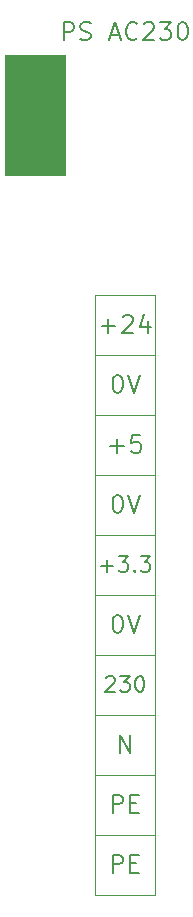
<source format=gbr>
%TF.GenerationSoftware,KiCad,Pcbnew,8.0.3-8.0.3-0~ubuntu22.04.1*%
%TF.CreationDate,2024-08-09T14:07:44+03:00*%
%TF.ProjectId,PM-PS-AC230-front,504d2d50-532d-4414-9332-33302d66726f,rev?*%
%TF.SameCoordinates,Original*%
%TF.FileFunction,Legend,Top*%
%TF.FilePolarity,Positive*%
%FSLAX46Y46*%
G04 Gerber Fmt 4.6, Leading zero omitted, Abs format (unit mm)*
G04 Created by KiCad (PCBNEW 8.0.3-8.0.3-0~ubuntu22.04.1) date 2024-08-09 14:07:44*
%MOMM*%
%LPD*%
G01*
G04 APERTURE LIST*
%ADD10C,0.100000*%
%ADD11C,0.200000*%
%ADD12R,1.700000X1.700000*%
%ADD13O,1.700000X1.700000*%
G04 APERTURE END LIST*
D10*
X68580000Y-95250000D02*
X73660000Y-95250000D01*
X73660000Y-100330000D01*
X68580000Y-100330000D01*
X68580000Y-95250000D01*
X68580000Y-74930000D02*
X73660000Y-74930000D01*
X73660000Y-80010000D01*
X68580000Y-80010000D01*
X68580000Y-74930000D01*
X68580000Y-80010000D02*
X73660000Y-80010000D01*
X73660000Y-85090000D01*
X68580000Y-85090000D01*
X68580000Y-80010000D01*
X68580000Y-110490000D02*
X73660000Y-110490000D01*
X73660000Y-115570000D01*
X68580000Y-115570000D01*
X68580000Y-110490000D01*
X68580000Y-115570000D02*
X73660000Y-115570000D01*
X73660000Y-120650000D01*
X68580000Y-120650000D01*
X68580000Y-115570000D01*
X68580000Y-120650000D02*
X73660000Y-120650000D01*
X73660000Y-125730000D01*
X68580000Y-125730000D01*
X68580000Y-120650000D01*
X68580000Y-100330000D02*
X73660000Y-100330000D01*
X73660000Y-105410000D01*
X68580000Y-105410000D01*
X68580000Y-100330000D01*
X68580000Y-105410000D02*
X73660000Y-105410000D01*
X73660000Y-110490000D01*
X68580000Y-110490000D01*
X68580000Y-105410000D01*
X68580000Y-85090000D02*
X73660000Y-85090000D01*
X73660000Y-90170000D01*
X68580000Y-90170000D01*
X68580000Y-85090000D01*
X60960000Y-54610000D02*
X66040000Y-54610000D01*
X66040000Y-64770000D01*
X60960000Y-64770000D01*
X60960000Y-54610000D01*
G36*
X60960000Y-54610000D02*
G01*
X66040000Y-54610000D01*
X66040000Y-64770000D01*
X60960000Y-64770000D01*
X60960000Y-54610000D01*
G37*
X68580000Y-90170000D02*
X73660000Y-90170000D01*
X73660000Y-95250000D01*
X68580000Y-95250000D01*
X68580000Y-90170000D01*
D11*
X70405715Y-102053528D02*
X70548572Y-102053528D01*
X70548572Y-102053528D02*
X70691429Y-102124957D01*
X70691429Y-102124957D02*
X70762858Y-102196385D01*
X70762858Y-102196385D02*
X70834286Y-102339242D01*
X70834286Y-102339242D02*
X70905715Y-102624957D01*
X70905715Y-102624957D02*
X70905715Y-102982100D01*
X70905715Y-102982100D02*
X70834286Y-103267814D01*
X70834286Y-103267814D02*
X70762858Y-103410671D01*
X70762858Y-103410671D02*
X70691429Y-103482100D01*
X70691429Y-103482100D02*
X70548572Y-103553528D01*
X70548572Y-103553528D02*
X70405715Y-103553528D01*
X70405715Y-103553528D02*
X70262858Y-103482100D01*
X70262858Y-103482100D02*
X70191429Y-103410671D01*
X70191429Y-103410671D02*
X70120000Y-103267814D01*
X70120000Y-103267814D02*
X70048572Y-102982100D01*
X70048572Y-102982100D02*
X70048572Y-102624957D01*
X70048572Y-102624957D02*
X70120000Y-102339242D01*
X70120000Y-102339242D02*
X70191429Y-102196385D01*
X70191429Y-102196385D02*
X70262858Y-102124957D01*
X70262858Y-102124957D02*
X70405715Y-102053528D01*
X71334286Y-102053528D02*
X71834286Y-103553528D01*
X71834286Y-103553528D02*
X72334286Y-102053528D01*
X69120000Y-77582100D02*
X70262858Y-77582100D01*
X69691429Y-78153528D02*
X69691429Y-77010671D01*
X70905715Y-76796385D02*
X70977143Y-76724957D01*
X70977143Y-76724957D02*
X71120001Y-76653528D01*
X71120001Y-76653528D02*
X71477143Y-76653528D01*
X71477143Y-76653528D02*
X71620001Y-76724957D01*
X71620001Y-76724957D02*
X71691429Y-76796385D01*
X71691429Y-76796385D02*
X71762858Y-76939242D01*
X71762858Y-76939242D02*
X71762858Y-77082100D01*
X71762858Y-77082100D02*
X71691429Y-77296385D01*
X71691429Y-77296385D02*
X70834286Y-78153528D01*
X70834286Y-78153528D02*
X71762858Y-78153528D01*
X73048572Y-77153528D02*
X73048572Y-78153528D01*
X72691429Y-76582100D02*
X72334286Y-77653528D01*
X72334286Y-77653528D02*
X73262857Y-77653528D01*
X70048571Y-123873528D02*
X70048571Y-122373528D01*
X70048571Y-122373528D02*
X70620000Y-122373528D01*
X70620000Y-122373528D02*
X70762857Y-122444957D01*
X70762857Y-122444957D02*
X70834286Y-122516385D01*
X70834286Y-122516385D02*
X70905714Y-122659242D01*
X70905714Y-122659242D02*
X70905714Y-122873528D01*
X70905714Y-122873528D02*
X70834286Y-123016385D01*
X70834286Y-123016385D02*
X70762857Y-123087814D01*
X70762857Y-123087814D02*
X70620000Y-123159242D01*
X70620000Y-123159242D02*
X70048571Y-123159242D01*
X71548571Y-123087814D02*
X72048571Y-123087814D01*
X72262857Y-123873528D02*
X71548571Y-123873528D01*
X71548571Y-123873528D02*
X71548571Y-122373528D01*
X71548571Y-122373528D02*
X72262857Y-122373528D01*
X69834285Y-87742100D02*
X70977143Y-87742100D01*
X70405714Y-88313528D02*
X70405714Y-87170671D01*
X72405714Y-86813528D02*
X71691428Y-86813528D01*
X71691428Y-86813528D02*
X71620000Y-87527814D01*
X71620000Y-87527814D02*
X71691428Y-87456385D01*
X71691428Y-87456385D02*
X71834286Y-87384957D01*
X71834286Y-87384957D02*
X72191428Y-87384957D01*
X72191428Y-87384957D02*
X72334286Y-87456385D01*
X72334286Y-87456385D02*
X72405714Y-87527814D01*
X72405714Y-87527814D02*
X72477143Y-87670671D01*
X72477143Y-87670671D02*
X72477143Y-88027814D01*
X72477143Y-88027814D02*
X72405714Y-88170671D01*
X72405714Y-88170671D02*
X72334286Y-88242100D01*
X72334286Y-88242100D02*
X72191428Y-88313528D01*
X72191428Y-88313528D02*
X71834286Y-88313528D01*
X71834286Y-88313528D02*
X71691428Y-88242100D01*
X71691428Y-88242100D02*
X71620000Y-88170671D01*
X70691428Y-113713528D02*
X70691428Y-112213528D01*
X70691428Y-112213528D02*
X71548571Y-113713528D01*
X71548571Y-113713528D02*
X71548571Y-112213528D01*
X69077142Y-97885766D02*
X70067619Y-97885766D01*
X69572380Y-98381004D02*
X69572380Y-97390528D01*
X70562857Y-97081004D02*
X71367619Y-97081004D01*
X71367619Y-97081004D02*
X70934285Y-97576242D01*
X70934285Y-97576242D02*
X71120000Y-97576242D01*
X71120000Y-97576242D02*
X71243809Y-97638147D01*
X71243809Y-97638147D02*
X71305714Y-97700052D01*
X71305714Y-97700052D02*
X71367619Y-97823861D01*
X71367619Y-97823861D02*
X71367619Y-98133385D01*
X71367619Y-98133385D02*
X71305714Y-98257195D01*
X71305714Y-98257195D02*
X71243809Y-98319100D01*
X71243809Y-98319100D02*
X71120000Y-98381004D01*
X71120000Y-98381004D02*
X70748571Y-98381004D01*
X70748571Y-98381004D02*
X70624762Y-98319100D01*
X70624762Y-98319100D02*
X70562857Y-98257195D01*
X71924761Y-98257195D02*
X71986666Y-98319100D01*
X71986666Y-98319100D02*
X71924761Y-98381004D01*
X71924761Y-98381004D02*
X71862857Y-98319100D01*
X71862857Y-98319100D02*
X71924761Y-98257195D01*
X71924761Y-98257195D02*
X71924761Y-98381004D01*
X72420000Y-97081004D02*
X73224762Y-97081004D01*
X73224762Y-97081004D02*
X72791428Y-97576242D01*
X72791428Y-97576242D02*
X72977143Y-97576242D01*
X72977143Y-97576242D02*
X73100952Y-97638147D01*
X73100952Y-97638147D02*
X73162857Y-97700052D01*
X73162857Y-97700052D02*
X73224762Y-97823861D01*
X73224762Y-97823861D02*
X73224762Y-98133385D01*
X73224762Y-98133385D02*
X73162857Y-98257195D01*
X73162857Y-98257195D02*
X73100952Y-98319100D01*
X73100952Y-98319100D02*
X72977143Y-98381004D01*
X72977143Y-98381004D02*
X72605714Y-98381004D01*
X72605714Y-98381004D02*
X72481905Y-98319100D01*
X72481905Y-98319100D02*
X72420000Y-98257195D01*
X69510477Y-107364814D02*
X69572381Y-107302909D01*
X69572381Y-107302909D02*
X69696191Y-107241004D01*
X69696191Y-107241004D02*
X70005715Y-107241004D01*
X70005715Y-107241004D02*
X70129524Y-107302909D01*
X70129524Y-107302909D02*
X70191429Y-107364814D01*
X70191429Y-107364814D02*
X70253334Y-107488623D01*
X70253334Y-107488623D02*
X70253334Y-107612433D01*
X70253334Y-107612433D02*
X70191429Y-107798147D01*
X70191429Y-107798147D02*
X69448572Y-108541004D01*
X69448572Y-108541004D02*
X70253334Y-108541004D01*
X70686667Y-107241004D02*
X71491429Y-107241004D01*
X71491429Y-107241004D02*
X71058095Y-107736242D01*
X71058095Y-107736242D02*
X71243810Y-107736242D01*
X71243810Y-107736242D02*
X71367619Y-107798147D01*
X71367619Y-107798147D02*
X71429524Y-107860052D01*
X71429524Y-107860052D02*
X71491429Y-107983861D01*
X71491429Y-107983861D02*
X71491429Y-108293385D01*
X71491429Y-108293385D02*
X71429524Y-108417195D01*
X71429524Y-108417195D02*
X71367619Y-108479100D01*
X71367619Y-108479100D02*
X71243810Y-108541004D01*
X71243810Y-108541004D02*
X70872381Y-108541004D01*
X70872381Y-108541004D02*
X70748572Y-108479100D01*
X70748572Y-108479100D02*
X70686667Y-108417195D01*
X72296190Y-107241004D02*
X72420000Y-107241004D01*
X72420000Y-107241004D02*
X72543809Y-107302909D01*
X72543809Y-107302909D02*
X72605714Y-107364814D01*
X72605714Y-107364814D02*
X72667619Y-107488623D01*
X72667619Y-107488623D02*
X72729524Y-107736242D01*
X72729524Y-107736242D02*
X72729524Y-108045766D01*
X72729524Y-108045766D02*
X72667619Y-108293385D01*
X72667619Y-108293385D02*
X72605714Y-108417195D01*
X72605714Y-108417195D02*
X72543809Y-108479100D01*
X72543809Y-108479100D02*
X72420000Y-108541004D01*
X72420000Y-108541004D02*
X72296190Y-108541004D01*
X72296190Y-108541004D02*
X72172381Y-108479100D01*
X72172381Y-108479100D02*
X72110476Y-108417195D01*
X72110476Y-108417195D02*
X72048571Y-108293385D01*
X72048571Y-108293385D02*
X71986667Y-108045766D01*
X71986667Y-108045766D02*
X71986667Y-107736242D01*
X71986667Y-107736242D02*
X72048571Y-107488623D01*
X72048571Y-107488623D02*
X72110476Y-107364814D01*
X72110476Y-107364814D02*
X72172381Y-107302909D01*
X72172381Y-107302909D02*
X72296190Y-107241004D01*
X70405715Y-91893528D02*
X70548572Y-91893528D01*
X70548572Y-91893528D02*
X70691429Y-91964957D01*
X70691429Y-91964957D02*
X70762858Y-92036385D01*
X70762858Y-92036385D02*
X70834286Y-92179242D01*
X70834286Y-92179242D02*
X70905715Y-92464957D01*
X70905715Y-92464957D02*
X70905715Y-92822100D01*
X70905715Y-92822100D02*
X70834286Y-93107814D01*
X70834286Y-93107814D02*
X70762858Y-93250671D01*
X70762858Y-93250671D02*
X70691429Y-93322100D01*
X70691429Y-93322100D02*
X70548572Y-93393528D01*
X70548572Y-93393528D02*
X70405715Y-93393528D01*
X70405715Y-93393528D02*
X70262858Y-93322100D01*
X70262858Y-93322100D02*
X70191429Y-93250671D01*
X70191429Y-93250671D02*
X70120000Y-93107814D01*
X70120000Y-93107814D02*
X70048572Y-92822100D01*
X70048572Y-92822100D02*
X70048572Y-92464957D01*
X70048572Y-92464957D02*
X70120000Y-92179242D01*
X70120000Y-92179242D02*
X70191429Y-92036385D01*
X70191429Y-92036385D02*
X70262858Y-91964957D01*
X70262858Y-91964957D02*
X70405715Y-91893528D01*
X71334286Y-91893528D02*
X71834286Y-93393528D01*
X71834286Y-93393528D02*
X72334286Y-91893528D01*
X70048571Y-118793528D02*
X70048571Y-117293528D01*
X70048571Y-117293528D02*
X70620000Y-117293528D01*
X70620000Y-117293528D02*
X70762857Y-117364957D01*
X70762857Y-117364957D02*
X70834286Y-117436385D01*
X70834286Y-117436385D02*
X70905714Y-117579242D01*
X70905714Y-117579242D02*
X70905714Y-117793528D01*
X70905714Y-117793528D02*
X70834286Y-117936385D01*
X70834286Y-117936385D02*
X70762857Y-118007814D01*
X70762857Y-118007814D02*
X70620000Y-118079242D01*
X70620000Y-118079242D02*
X70048571Y-118079242D01*
X71548571Y-118007814D02*
X72048571Y-118007814D01*
X72262857Y-118793528D02*
X71548571Y-118793528D01*
X71548571Y-118793528D02*
X71548571Y-117293528D01*
X71548571Y-117293528D02*
X72262857Y-117293528D01*
X70405715Y-81733528D02*
X70548572Y-81733528D01*
X70548572Y-81733528D02*
X70691429Y-81804957D01*
X70691429Y-81804957D02*
X70762858Y-81876385D01*
X70762858Y-81876385D02*
X70834286Y-82019242D01*
X70834286Y-82019242D02*
X70905715Y-82304957D01*
X70905715Y-82304957D02*
X70905715Y-82662100D01*
X70905715Y-82662100D02*
X70834286Y-82947814D01*
X70834286Y-82947814D02*
X70762858Y-83090671D01*
X70762858Y-83090671D02*
X70691429Y-83162100D01*
X70691429Y-83162100D02*
X70548572Y-83233528D01*
X70548572Y-83233528D02*
X70405715Y-83233528D01*
X70405715Y-83233528D02*
X70262858Y-83162100D01*
X70262858Y-83162100D02*
X70191429Y-83090671D01*
X70191429Y-83090671D02*
X70120000Y-82947814D01*
X70120000Y-82947814D02*
X70048572Y-82662100D01*
X70048572Y-82662100D02*
X70048572Y-82304957D01*
X70048572Y-82304957D02*
X70120000Y-82019242D01*
X70120000Y-82019242D02*
X70191429Y-81876385D01*
X70191429Y-81876385D02*
X70262858Y-81804957D01*
X70262858Y-81804957D02*
X70405715Y-81733528D01*
X71334286Y-81733528D02*
X71834286Y-83233528D01*
X71834286Y-83233528D02*
X72334286Y-81733528D01*
X65905715Y-53388528D02*
X65905715Y-51888528D01*
X65905715Y-51888528D02*
X66477144Y-51888528D01*
X66477144Y-51888528D02*
X66620001Y-51959957D01*
X66620001Y-51959957D02*
X66691430Y-52031385D01*
X66691430Y-52031385D02*
X66762858Y-52174242D01*
X66762858Y-52174242D02*
X66762858Y-52388528D01*
X66762858Y-52388528D02*
X66691430Y-52531385D01*
X66691430Y-52531385D02*
X66620001Y-52602814D01*
X66620001Y-52602814D02*
X66477144Y-52674242D01*
X66477144Y-52674242D02*
X65905715Y-52674242D01*
X67334287Y-53317100D02*
X67548573Y-53388528D01*
X67548573Y-53388528D02*
X67905715Y-53388528D01*
X67905715Y-53388528D02*
X68048573Y-53317100D01*
X68048573Y-53317100D02*
X68120001Y-53245671D01*
X68120001Y-53245671D02*
X68191430Y-53102814D01*
X68191430Y-53102814D02*
X68191430Y-52959957D01*
X68191430Y-52959957D02*
X68120001Y-52817100D01*
X68120001Y-52817100D02*
X68048573Y-52745671D01*
X68048573Y-52745671D02*
X67905715Y-52674242D01*
X67905715Y-52674242D02*
X67620001Y-52602814D01*
X67620001Y-52602814D02*
X67477144Y-52531385D01*
X67477144Y-52531385D02*
X67405715Y-52459957D01*
X67405715Y-52459957D02*
X67334287Y-52317100D01*
X67334287Y-52317100D02*
X67334287Y-52174242D01*
X67334287Y-52174242D02*
X67405715Y-52031385D01*
X67405715Y-52031385D02*
X67477144Y-51959957D01*
X67477144Y-51959957D02*
X67620001Y-51888528D01*
X67620001Y-51888528D02*
X67977144Y-51888528D01*
X67977144Y-51888528D02*
X68191430Y-51959957D01*
X69905715Y-52959957D02*
X70620001Y-52959957D01*
X69762858Y-53388528D02*
X70262858Y-51888528D01*
X70262858Y-51888528D02*
X70762858Y-53388528D01*
X72120000Y-53245671D02*
X72048572Y-53317100D01*
X72048572Y-53317100D02*
X71834286Y-53388528D01*
X71834286Y-53388528D02*
X71691429Y-53388528D01*
X71691429Y-53388528D02*
X71477143Y-53317100D01*
X71477143Y-53317100D02*
X71334286Y-53174242D01*
X71334286Y-53174242D02*
X71262857Y-53031385D01*
X71262857Y-53031385D02*
X71191429Y-52745671D01*
X71191429Y-52745671D02*
X71191429Y-52531385D01*
X71191429Y-52531385D02*
X71262857Y-52245671D01*
X71262857Y-52245671D02*
X71334286Y-52102814D01*
X71334286Y-52102814D02*
X71477143Y-51959957D01*
X71477143Y-51959957D02*
X71691429Y-51888528D01*
X71691429Y-51888528D02*
X71834286Y-51888528D01*
X71834286Y-51888528D02*
X72048572Y-51959957D01*
X72048572Y-51959957D02*
X72120000Y-52031385D01*
X72691429Y-52031385D02*
X72762857Y-51959957D01*
X72762857Y-51959957D02*
X72905715Y-51888528D01*
X72905715Y-51888528D02*
X73262857Y-51888528D01*
X73262857Y-51888528D02*
X73405715Y-51959957D01*
X73405715Y-51959957D02*
X73477143Y-52031385D01*
X73477143Y-52031385D02*
X73548572Y-52174242D01*
X73548572Y-52174242D02*
X73548572Y-52317100D01*
X73548572Y-52317100D02*
X73477143Y-52531385D01*
X73477143Y-52531385D02*
X72620000Y-53388528D01*
X72620000Y-53388528D02*
X73548572Y-53388528D01*
X74048571Y-51888528D02*
X74977143Y-51888528D01*
X74977143Y-51888528D02*
X74477143Y-52459957D01*
X74477143Y-52459957D02*
X74691428Y-52459957D01*
X74691428Y-52459957D02*
X74834286Y-52531385D01*
X74834286Y-52531385D02*
X74905714Y-52602814D01*
X74905714Y-52602814D02*
X74977143Y-52745671D01*
X74977143Y-52745671D02*
X74977143Y-53102814D01*
X74977143Y-53102814D02*
X74905714Y-53245671D01*
X74905714Y-53245671D02*
X74834286Y-53317100D01*
X74834286Y-53317100D02*
X74691428Y-53388528D01*
X74691428Y-53388528D02*
X74262857Y-53388528D01*
X74262857Y-53388528D02*
X74120000Y-53317100D01*
X74120000Y-53317100D02*
X74048571Y-53245671D01*
X75905714Y-51888528D02*
X76048571Y-51888528D01*
X76048571Y-51888528D02*
X76191428Y-51959957D01*
X76191428Y-51959957D02*
X76262857Y-52031385D01*
X76262857Y-52031385D02*
X76334285Y-52174242D01*
X76334285Y-52174242D02*
X76405714Y-52459957D01*
X76405714Y-52459957D02*
X76405714Y-52817100D01*
X76405714Y-52817100D02*
X76334285Y-53102814D01*
X76334285Y-53102814D02*
X76262857Y-53245671D01*
X76262857Y-53245671D02*
X76191428Y-53317100D01*
X76191428Y-53317100D02*
X76048571Y-53388528D01*
X76048571Y-53388528D02*
X75905714Y-53388528D01*
X75905714Y-53388528D02*
X75762857Y-53317100D01*
X75762857Y-53317100D02*
X75691428Y-53245671D01*
X75691428Y-53245671D02*
X75619999Y-53102814D01*
X75619999Y-53102814D02*
X75548571Y-52817100D01*
X75548571Y-52817100D02*
X75548571Y-52459957D01*
X75548571Y-52459957D02*
X75619999Y-52174242D01*
X75619999Y-52174242D02*
X75691428Y-52031385D01*
X75691428Y-52031385D02*
X75762857Y-51959957D01*
X75762857Y-51959957D02*
X75905714Y-51888528D01*
%LPC*%
D12*
%TO.C,J1*%
X66040000Y-96520000D03*
D13*
X63500000Y-96520000D03*
X66040000Y-99060000D03*
X63500000Y-99060000D03*
X66040000Y-101600000D03*
X63500000Y-101600000D03*
X66040000Y-104140000D03*
X63500000Y-104140000D03*
%TD*%
%TO.C,D5*%
X77470000Y-97790000D03*
%TD*%
%TO.C,D7*%
X77470000Y-87630000D03*
%TD*%
%TO.C,D8*%
X77470000Y-107950000D03*
%TD*%
%TO.C,D6*%
X77470000Y-77470000D03*
%TD*%
%LPD*%
M02*

</source>
